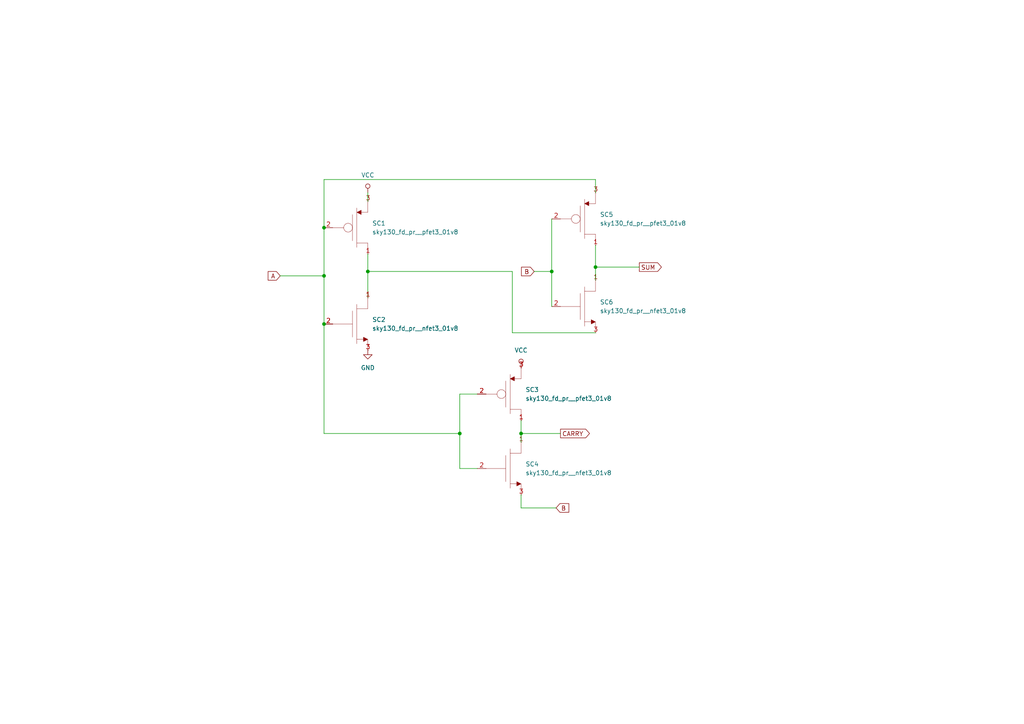
<source format=kicad_sch>
(kicad_sch (version 20211123) (generator eeschema)

  (uuid fa197d75-40eb-4db4-8189-1474c646c5e2)

  (paper "A4")

  (lib_symbols
    (symbol "eSim_Power:eSim_GND" (power) (pin_names (offset 0)) (in_bom yes) (on_board yes)
      (property "Reference" "#PWR" (id 0) (at 0 -6.35 0)
        (effects (font (size 1.27 1.27)) hide)
      )
      (property "Value" "eSim_GND" (id 1) (at 0 -3.81 0)
        (effects (font (size 1.27 1.27)))
      )
      (property "Footprint" "" (id 2) (at 0 0 0)
        (effects (font (size 1.27 1.27)) hide)
      )
      (property "Datasheet" "" (id 3) (at 0 0 0)
        (effects (font (size 1.27 1.27)) hide)
      )
      (symbol "eSim_GND_0_1"
        (polyline
          (pts
            (xy 0 0)
            (xy 0 -1.27)
            (xy 1.27 -1.27)
            (xy 0 -2.54)
            (xy -1.27 -1.27)
            (xy 0 -1.27)
          )
          (stroke (width 0) (type default) (color 0 0 0 0))
          (fill (type none))
        )
      )
      (symbol "eSim_GND_1_1"
        (pin power_in line (at 0 0 270) (length 0) hide
          (name "GND" (effects (font (size 1.27 1.27))))
          (number "1" (effects (font (size 1.27 1.27))))
        )
      )
    )
    (symbol "eSim_Power:eSim_VCC" (power) (pin_names (offset 0)) (in_bom yes) (on_board yes)
      (property "Reference" "#PWR" (id 0) (at 0 -3.81 0)
        (effects (font (size 1.27 1.27)) hide)
      )
      (property "Value" "eSim_VCC" (id 1) (at 0 3.81 0)
        (effects (font (size 1.27 1.27)))
      )
      (property "Footprint" "" (id 2) (at 0 0 0)
        (effects (font (size 1.27 1.27)) hide)
      )
      (property "Datasheet" "" (id 3) (at 0 0 0)
        (effects (font (size 1.27 1.27)) hide)
      )
      (symbol "eSim_VCC_0_1"
        (polyline
          (pts
            (xy 0 0)
            (xy 0 1.27)
          )
          (stroke (width 0) (type default) (color 0 0 0 0))
          (fill (type none))
        )
        (circle (center 0 1.905) (radius 0.635)
          (stroke (width 0) (type default) (color 0 0 0 0))
          (fill (type none))
        )
      )
      (symbol "eSim_VCC_1_1"
        (pin power_in line (at 0 0 90) (length 0) hide
          (name "VCC" (effects (font (size 1.27 1.27))))
          (number "1" (effects (font (size 1.27 1.27))))
        )
      )
    )
    (symbol "eSim_SKY130:sky130_fd_pr__nfet3_01v8" (pin_names hide) (in_bom yes) (on_board yes)
      (property "Reference" "SC" (id 0) (at 1.27 7.62 0)
        (effects (font (size 1.27 1.27)))
      )
      (property "Value" "sky130_fd_pr__nfet3_01v8" (id 1) (at 7.62 2.2098 0)
        (effects (font (size 1.27 1.27)) (justify right))
      )
      (property "Footprint" "" (id 2) (at 0 -38.1 0)
        (effects (font (size 1.27 1.27)) hide)
      )
      (property "Datasheet" "" (id 3) (at 0 0 0)
        (effects (font (size 1.27 1.27)) hide)
      )
      (symbol "sky130_fd_pr__nfet3_01v8_0_0"
        (polyline
          (pts
            (xy -5.08 0)
            (xy 0.635 0)
          )
          (stroke (width 0.0508) (type default) (color 0 0 0 0))
          (fill (type none))
        )
        (polyline
          (pts
            (xy 0.635 3.81)
            (xy 0.635 -3.81)
          )
          (stroke (width 0.0508) (type default) (color 0 0 0 0))
          (fill (type none))
        )
        (polyline
          (pts
            (xy 1.905 -4.445)
            (xy 3.81 -4.445)
          )
          (stroke (width 0.0508) (type default) (color 0 0 0 0))
          (fill (type none))
        )
        (polyline
          (pts
            (xy 1.905 4.445)
            (xy 5.08 4.445)
          )
          (stroke (width 0.0508) (type default) (color 0 0 0 0))
          (fill (type none))
        )
        (polyline
          (pts
            (xy 1.905 5.715)
            (xy 1.905 -5.715)
          )
          (stroke (width 0.0508) (type default) (color 0 0 0 0))
          (fill (type none))
        )
        (polyline
          (pts
            (xy 5.08 -4.445)
            (xy 5.08 -7.62)
          )
          (stroke (width 0.0508) (type default) (color 0 0 0 0))
          (fill (type none))
        )
        (polyline
          (pts
            (xy 5.08 7.62)
            (xy 5.08 4.445)
          )
          (stroke (width 0.0508) (type default) (color 0 0 0 0))
          (fill (type none))
        )
        (polyline
          (pts
            (xy 3.81 -3.81)
            (xy 5.08 -4.445)
            (xy 3.81 -5.08)
            (xy 3.81 -3.81)
          )
          (stroke (width 0.0254) (type default) (color 0 0 0 0))
          (fill (type outline))
        )
      )
      (symbol "sky130_fd_pr__nfet3_01v8_1_1"
        (pin bidirectional line (at 5.08 7.62 0) (length 0.127)
          (name "D" (effects (font (size 1.0922 1.0922))))
          (number "1" (effects (font (size 1.27 1.27))))
        )
        (pin input line (at -7.62 0 0) (length 2.54)
          (name "G" (effects (font (size 1.0922 1.0922))))
          (number "2" (effects (font (size 1.27 1.27))))
        )
        (pin bidirectional line (at 5.08 -7.62 0) (length 0.127)
          (name "S" (effects (font (size 1.0922 1.0922))))
          (number "3" (effects (font (size 1.27 1.27))))
        )
      )
    )
    (symbol "eSim_SKY130:sky130_fd_pr__pfet3_01v8" (pin_names hide) (in_bom yes) (on_board yes)
      (property "Reference" "SC" (id 0) (at 1.27 7.62 0)
        (effects (font (size 1.27 1.27)))
      )
      (property "Value" "sky130_fd_pr__pfet3_01v8" (id 1) (at 7.62 2.2098 0)
        (effects (font (size 1.27 1.27)) (justify right))
      )
      (property "Footprint" "" (id 2) (at 0 -38.1 0)
        (effects (font (size 1.27 1.27)) hide)
      )
      (property "Datasheet" "" (id 3) (at 0 0 0)
        (effects (font (size 1.27 1.27)) hide)
      )
      (symbol "sky130_fd_pr__pfet3_01v8_0_0"
        (arc (start -1.905 0) (mid -1.7348 -0.635) (end -1.27 -1.0999)
          (stroke (width 0.0254) (type default) (color 0 0 0 0))
          (fill (type none))
        )
        (arc (start -1.27 -1.0999) (mid -0.635 -1.27) (end 0 -1.0999)
          (stroke (width 0.0254) (type default) (color 0 0 0 0))
          (fill (type none))
        )
        (arc (start -1.27 1.0999) (mid -1.7349 0.635) (end -1.905 0)
          (stroke (width 0.0254) (type default) (color 0 0 0 0))
          (fill (type none))
        )
        (arc (start 0 -1.0999) (mid 0.4649 -0.635) (end 0.635 0)
          (stroke (width 0.0254) (type default) (color 0 0 0 0))
          (fill (type none))
        )
        (polyline
          (pts
            (xy -5.08 0)
            (xy -1.905 0)
          )
          (stroke (width 0.0508) (type default) (color 0 0 0 0))
          (fill (type none))
        )
        (polyline
          (pts
            (xy 0.635 3.81)
            (xy 0.635 -3.81)
          )
          (stroke (width 0.0508) (type default) (color 0 0 0 0))
          (fill (type none))
        )
        (polyline
          (pts
            (xy 1.905 -4.445)
            (xy 5.08 -4.445)
          )
          (stroke (width 0.0508) (type default) (color 0 0 0 0))
          (fill (type none))
        )
        (polyline
          (pts
            (xy 1.905 5.715)
            (xy 1.905 -5.715)
          )
          (stroke (width 0.0508) (type default) (color 0 0 0 0))
          (fill (type none))
        )
        (polyline
          (pts
            (xy 3.175 4.445)
            (xy 5.08 4.445)
          )
          (stroke (width 0.0508) (type default) (color 0 0 0 0))
          (fill (type none))
        )
        (polyline
          (pts
            (xy 5.08 -4.445)
            (xy 5.08 -7.62)
          )
          (stroke (width 0.0508) (type default) (color 0 0 0 0))
          (fill (type none))
        )
        (polyline
          (pts
            (xy 5.08 7.62)
            (xy 5.08 4.445)
          )
          (stroke (width 0.0508) (type default) (color 0 0 0 0))
          (fill (type none))
        )
        (polyline
          (pts
            (xy 3.175 5.08)
            (xy 1.905 4.445)
            (xy 3.175 3.81)
            (xy 3.175 5.08)
          )
          (stroke (width 0.0254) (type default) (color 0 0 0 0))
          (fill (type outline))
        )
        (arc (start 0 1.0999) (mid -0.635 1.27) (end -1.27 1.0999)
          (stroke (width 0.0254) (type default) (color 0 0 0 0))
          (fill (type none))
        )
        (arc (start 0.635 0) (mid 0.4648 0.635) (end 0 1.0999)
          (stroke (width 0.0254) (type default) (color 0 0 0 0))
          (fill (type none))
        )
      )
      (symbol "sky130_fd_pr__pfet3_01v8_1_1"
        (pin bidirectional line (at 5.08 -7.62 0) (length 0.127)
          (name "D" (effects (font (size 1.0922 1.0922))))
          (number "1" (effects (font (size 1.27 1.27))))
        )
        (pin input line (at -7.62 0 0) (length 2.54)
          (name "G" (effects (font (size 1.0922 1.0922))))
          (number "2" (effects (font (size 1.27 1.27))))
        )
        (pin bidirectional line (at 5.08 7.62 0) (length 0.127)
          (name "S" (effects (font (size 1.0922 1.0922))))
          (number "3" (effects (font (size 1.27 1.27))))
        )
      )
    )
  )

  (junction (at 93.98 80.01) (diameter 0) (color 0 0 0 0)
    (uuid 18e81063-c9e5-400c-8b55-ee1f4e613e4c)
  )
  (junction (at 106.68 78.74) (diameter 0) (color 0 0 0 0)
    (uuid 2d8f158d-6cb9-44e6-acdb-1175014da72d)
  )
  (junction (at 160.02 78.74) (diameter 0) (color 0 0 0 0)
    (uuid 30dff707-afec-43f3-94fc-c6160b97b044)
  )
  (junction (at 93.98 66.04) (diameter 0) (color 0 0 0 0)
    (uuid 6652d855-42d0-41cc-88cb-24c66ca8f845)
  )
  (junction (at 93.98 93.98) (diameter 0) (color 0 0 0 0)
    (uuid 80f74b9b-963e-4a02-92d3-cebce29e6de8)
  )
  (junction (at 172.72 77.47) (diameter 0) (color 0 0 0 0)
    (uuid 9023a6cb-9cd4-412b-85a0-85e608ead968)
  )
  (junction (at 151.13 125.73) (diameter 0) (color 0 0 0 0)
    (uuid e0c545e0-c9e5-4190-8a04-9cd2466010d7)
  )
  (junction (at 133.35 125.73) (diameter 0) (color 0 0 0 0)
    (uuid e1bb5f43-1217-4189-9428-7da1525d6d05)
  )

  (wire (pts (xy 154.94 78.74) (xy 160.02 78.74))
    (stroke (width 0) (type default) (color 0 0 0 0))
    (uuid 19cdaa24-fcba-4867-ab87-c1d1a3f8d52a)
  )
  (wire (pts (xy 133.35 114.3) (xy 133.35 125.73))
    (stroke (width 0) (type default) (color 0 0 0 0))
    (uuid 1d88c0a7-6643-4f8c-85c9-08209501deff)
  )
  (wire (pts (xy 151.13 147.32) (xy 161.29 147.32))
    (stroke (width 0) (type default) (color 0 0 0 0))
    (uuid 245be0a0-43a7-4e45-8ae7-3d8fd247c1ca)
  )
  (wire (pts (xy 172.72 77.47) (xy 172.72 81.28))
    (stroke (width 0) (type default) (color 0 0 0 0))
    (uuid 307e0205-238b-412f-8257-5a1f83902dea)
  )
  (wire (pts (xy 133.35 135.89) (xy 138.43 135.89))
    (stroke (width 0) (type default) (color 0 0 0 0))
    (uuid 336af609-4717-4e6d-8a6e-2bca8af3031d)
  )
  (wire (pts (xy 133.35 114.3) (xy 138.43 114.3))
    (stroke (width 0) (type default) (color 0 0 0 0))
    (uuid 3c2a5124-98f4-4c0e-a92c-c5df2f9180c9)
  )
  (wire (pts (xy 106.68 55.88) (xy 106.68 58.42))
    (stroke (width 0) (type default) (color 0 0 0 0))
    (uuid 44e0bb54-1914-44b9-8e14-a8585b93bbe1)
  )
  (wire (pts (xy 93.98 80.01) (xy 93.98 93.98))
    (stroke (width 0) (type default) (color 0 0 0 0))
    (uuid 4a265af6-ea5b-4cfe-bfda-8dec381d30a6)
  )
  (wire (pts (xy 106.68 78.74) (xy 148.59 78.74))
    (stroke (width 0) (type default) (color 0 0 0 0))
    (uuid 52e365d6-619f-47d2-87b4-bc8f26f0b9dd)
  )
  (wire (pts (xy 151.13 143.51) (xy 151.13 147.32))
    (stroke (width 0) (type default) (color 0 0 0 0))
    (uuid 63dd46f8-7923-4cfa-bc96-6ef4869ee386)
  )
  (wire (pts (xy 172.72 71.12) (xy 172.72 77.47))
    (stroke (width 0) (type default) (color 0 0 0 0))
    (uuid 6c49069c-7b0b-4952-b03a-8216a1790479)
  )
  (wire (pts (xy 93.98 93.98) (xy 93.98 125.73))
    (stroke (width 0) (type default) (color 0 0 0 0))
    (uuid 77092b33-9163-45fe-a6d3-dfc363e1ca68)
  )
  (wire (pts (xy 106.68 73.66) (xy 106.68 78.74))
    (stroke (width 0) (type default) (color 0 0 0 0))
    (uuid 78cdafe1-a8c6-467f-8c47-4b82245b0d40)
  )
  (wire (pts (xy 133.35 125.73) (xy 133.35 135.89))
    (stroke (width 0) (type default) (color 0 0 0 0))
    (uuid 8229846d-8782-4016-a2ab-7482d57116a7)
  )
  (wire (pts (xy 148.59 78.74) (xy 148.59 96.52))
    (stroke (width 0) (type default) (color 0 0 0 0))
    (uuid 98d219c7-e8c5-45d6-bfa3-2b4a5b352684)
  )
  (wire (pts (xy 148.59 96.52) (xy 172.72 96.52))
    (stroke (width 0) (type default) (color 0 0 0 0))
    (uuid 9b57b73b-6735-42ea-8c55-3ff50223d996)
  )
  (wire (pts (xy 93.98 52.07) (xy 172.72 52.07))
    (stroke (width 0) (type default) (color 0 0 0 0))
    (uuid 9d8d0304-7ce8-40b3-9124-8b1c37df3478)
  )
  (wire (pts (xy 160.02 63.5) (xy 160.02 78.74))
    (stroke (width 0) (type default) (color 0 0 0 0))
    (uuid 9fece2ac-dea9-49bb-8198-fa3ad475c767)
  )
  (wire (pts (xy 172.72 77.47) (xy 185.42 77.47))
    (stroke (width 0) (type default) (color 0 0 0 0))
    (uuid a3ae99fe-a588-4b38-9831-280fb61d398c)
  )
  (wire (pts (xy 93.98 52.07) (xy 93.98 66.04))
    (stroke (width 0) (type default) (color 0 0 0 0))
    (uuid b2db913e-2fe1-4116-8dcd-cbb7f4f8f7af)
  )
  (wire (pts (xy 151.13 125.73) (xy 162.56 125.73))
    (stroke (width 0) (type default) (color 0 0 0 0))
    (uuid ba784107-6c55-40c5-9e12-aef9f324d4e9)
  )
  (wire (pts (xy 172.72 52.07) (xy 172.72 55.88))
    (stroke (width 0) (type default) (color 0 0 0 0))
    (uuid c6d860ae-d8b2-402d-9167-60621e2dbf19)
  )
  (wire (pts (xy 151.13 121.92) (xy 151.13 125.73))
    (stroke (width 0) (type default) (color 0 0 0 0))
    (uuid c717925b-1c14-4833-b109-acdb170f9014)
  )
  (wire (pts (xy 133.35 125.73) (xy 93.98 125.73))
    (stroke (width 0) (type default) (color 0 0 0 0))
    (uuid ca23c3d1-6ade-4d7a-a96b-583dc3ef25b1)
  )
  (wire (pts (xy 81.28 80.01) (xy 93.98 80.01))
    (stroke (width 0) (type default) (color 0 0 0 0))
    (uuid e8cdcd2d-770d-48dc-8b67-7240e4950086)
  )
  (wire (pts (xy 93.98 66.04) (xy 93.98 80.01))
    (stroke (width 0) (type default) (color 0 0 0 0))
    (uuid eabcbd40-70bc-47f7-bfea-9f5306e6dc4b)
  )
  (wire (pts (xy 160.02 78.74) (xy 160.02 88.9))
    (stroke (width 0) (type default) (color 0 0 0 0))
    (uuid ec223d03-1856-4416-a018-c1db575171c9)
  )
  (wire (pts (xy 151.13 125.73) (xy 151.13 128.27))
    (stroke (width 0) (type default) (color 0 0 0 0))
    (uuid f181f042-dcec-4a50-9fb4-501a149c454c)
  )
  (wire (pts (xy 106.68 78.74) (xy 106.68 86.36))
    (stroke (width 0) (type default) (color 0 0 0 0))
    (uuid f4f77b4c-64d6-46bf-b06f-d2c7b7f1ac68)
  )

  (global_label "B" (shape input) (at 154.94 78.74 180) (fields_autoplaced)
    (effects (font (size 1.27 1.27)) (justify right))
    (uuid 0091f3c8-16a2-49a0-86d7-c7b7925b8736)
    (property "Intersheet References" "${INTERSHEET_REFS}" (id 0) (at 151.2569 78.8194 0)
      (effects (font (size 1.27 1.27)) (justify right) hide)
    )
  )
  (global_label "CARRY" (shape output) (at 162.56 125.73 0) (fields_autoplaced)
    (effects (font (size 1.27 1.27)) (justify left))
    (uuid 65712ff4-6a4c-44e7-8f91-318416f3589a)
    (property "Intersheet References" "${INTERSHEET_REFS}" (id 0) (at 170.9602 125.6506 0)
      (effects (font (size 1.27 1.27)) (justify left) hide)
    )
  )
  (global_label "SUM" (shape output) (at 185.42 77.47 0) (fields_autoplaced)
    (effects (font (size 1.27 1.27)) (justify left))
    (uuid 816b0bb2-ef14-4cf5-8b41-43087811004a)
    (property "Intersheet References" "${INTERSHEET_REFS}" (id 0) (at 191.8245 77.3906 0)
      (effects (font (size 1.27 1.27)) (justify left) hide)
    )
  )
  (global_label "B" (shape input) (at 161.29 147.32 0) (fields_autoplaced)
    (effects (font (size 1.27 1.27)) (justify left))
    (uuid b0c9a2a7-9b92-4d7e-af6c-f9772d4370cd)
    (property "Intersheet References" "${INTERSHEET_REFS}" (id 0) (at 164.9731 147.2406 0)
      (effects (font (size 1.27 1.27)) (justify left) hide)
    )
  )
  (global_label "A" (shape input) (at 81.28 80.01 180) (fields_autoplaced)
    (effects (font (size 1.27 1.27)) (justify right))
    (uuid c014c031-f78a-4fe8-af74-b642e025cc81)
    (property "Intersheet References" "${INTERSHEET_REFS}" (id 0) (at 77.7783 79.9306 0)
      (effects (font (size 1.27 1.27)) (justify right) hide)
    )
  )

  (symbol (lib_id "eSim_Power:eSim_VCC") (at 106.68 55.88 0) (unit 1)
    (in_bom yes) (on_board yes) (fields_autoplaced)
    (uuid 198a6f85-792e-44f7-84b5-42eab3cad869)
    (property "Reference" "#PWR0102" (id 0) (at 106.68 59.69 0)
      (effects (font (size 1.27 1.27)) hide)
    )
    (property "Value" "eSim_VCC" (id 1) (at 106.68 50.8 0))
    (property "Footprint" "" (id 2) (at 106.68 55.88 0)
      (effects (font (size 1.27 1.27)) hide)
    )
    (property "Datasheet" "" (id 3) (at 106.68 55.88 0)
      (effects (font (size 1.27 1.27)) hide)
    )
    (pin "1" (uuid 52fa9082-d7a4-479f-889d-ee3bd16b078c))
  )

  (symbol (lib_id "eSim_SKY130:sky130_fd_pr__nfet3_01v8") (at 167.64 88.9 0) (unit 1)
    (in_bom yes) (on_board yes) (fields_autoplaced)
    (uuid 526a31b2-aadc-4e82-a9e7-544678c1a91a)
    (property "Reference" "SC6" (id 0) (at 173.99 87.6299 0)
      (effects (font (size 1.27 1.27)) (justify left))
    )
    (property "Value" "sky130_fd_pr__nfet3_01v8" (id 1) (at 173.99 90.1699 0)
      (effects (font (size 1.27 1.27)) (justify left))
    )
    (property "Footprint" "" (id 2) (at 167.64 127 0)
      (effects (font (size 1.27 1.27)) hide)
    )
    (property "Datasheet" "" (id 3) (at 167.64 88.9 0)
      (effects (font (size 1.27 1.27)) hide)
    )
    (pin "1" (uuid 0b2da994-9ac1-443e-9497-b9534b7cd6bb))
    (pin "2" (uuid 8fb9854b-5485-424c-a0f1-5863f1b4ace6))
    (pin "3" (uuid f60d21bb-aa27-4244-9497-f81b1d99b818))
  )

  (symbol (lib_id "eSim_SKY130:sky130_fd_pr__nfet3_01v8") (at 146.05 135.89 0) (unit 1)
    (in_bom yes) (on_board yes) (fields_autoplaced)
    (uuid 65272efa-ec92-4b01-9516-9d44a6d3f959)
    (property "Reference" "SC4" (id 0) (at 152.4 134.6199 0)
      (effects (font (size 1.27 1.27)) (justify left))
    )
    (property "Value" "sky130_fd_pr__nfet3_01v8" (id 1) (at 152.4 137.1599 0)
      (effects (font (size 1.27 1.27)) (justify left))
    )
    (property "Footprint" "" (id 2) (at 146.05 173.99 0)
      (effects (font (size 1.27 1.27)) hide)
    )
    (property "Datasheet" "" (id 3) (at 146.05 135.89 0)
      (effects (font (size 1.27 1.27)) hide)
    )
    (pin "1" (uuid 43d5e550-65f4-4f1f-b5b8-174405c8bff2))
    (pin "2" (uuid c63b913f-8b40-4a68-acc3-8584d41fe0d2))
    (pin "3" (uuid 48c8314b-b9e0-42c7-946d-e20e5dac0f55))
  )

  (symbol (lib_id "eSim_SKY130:sky130_fd_pr__pfet3_01v8") (at 146.05 114.3 0) (unit 1)
    (in_bom yes) (on_board yes) (fields_autoplaced)
    (uuid 78716727-01d6-4f83-b030-3b8341d82a1c)
    (property "Reference" "SC3" (id 0) (at 152.4 113.0299 0)
      (effects (font (size 1.27 1.27)) (justify left))
    )
    (property "Value" "sky130_fd_pr__pfet3_01v8" (id 1) (at 152.4 115.5699 0)
      (effects (font (size 1.27 1.27)) (justify left))
    )
    (property "Footprint" "" (id 2) (at 146.05 152.4 0)
      (effects (font (size 1.27 1.27)) hide)
    )
    (property "Datasheet" "" (id 3) (at 146.05 114.3 0)
      (effects (font (size 1.27 1.27)) hide)
    )
    (pin "1" (uuid d86ba8c6-50c0-4e14-930f-170c5c8fa2ec))
    (pin "2" (uuid 1af13bd7-cb77-48d6-b436-4228062f0dc9))
    (pin "3" (uuid f787e0e0-52ef-4f3f-be91-082b5dfc654c))
  )

  (symbol (lib_id "eSim_Power:eSim_VCC") (at 151.13 106.68 0) (unit 1)
    (in_bom yes) (on_board yes) (fields_autoplaced)
    (uuid 79d97d46-19ad-4b6c-a9bb-cd43f6dc66f8)
    (property "Reference" "#PWR0103" (id 0) (at 151.13 110.49 0)
      (effects (font (size 1.27 1.27)) hide)
    )
    (property "Value" "eSim_VCC" (id 1) (at 151.13 101.6 0))
    (property "Footprint" "" (id 2) (at 151.13 106.68 0)
      (effects (font (size 1.27 1.27)) hide)
    )
    (property "Datasheet" "" (id 3) (at 151.13 106.68 0)
      (effects (font (size 1.27 1.27)) hide)
    )
    (pin "1" (uuid 978df625-4d29-4dde-9fa4-664411c3cba7))
  )

  (symbol (lib_id "eSim_SKY130:sky130_fd_pr__nfet3_01v8") (at 101.6 93.98 0) (unit 1)
    (in_bom yes) (on_board yes) (fields_autoplaced)
    (uuid 7d713403-7c7e-4008-adcd-f6906cc36db9)
    (property "Reference" "SC2" (id 0) (at 107.95 92.7099 0)
      (effects (font (size 1.27 1.27)) (justify left))
    )
    (property "Value" "sky130_fd_pr__nfet3_01v8" (id 1) (at 107.95 95.2499 0)
      (effects (font (size 1.27 1.27)) (justify left))
    )
    (property "Footprint" "" (id 2) (at 101.6 132.08 0)
      (effects (font (size 1.27 1.27)) hide)
    )
    (property "Datasheet" "" (id 3) (at 101.6 93.98 0)
      (effects (font (size 1.27 1.27)) hide)
    )
    (pin "1" (uuid b940df61-e2ae-40f9-96be-90e39e7c3e1b))
    (pin "2" (uuid 112f08b5-88a0-49dc-a13a-44495fa173b2))
    (pin "3" (uuid e5f4b9c5-42dd-4b4f-91b5-8d22ee6ca2c4))
  )

  (symbol (lib_id "eSim_SKY130:sky130_fd_pr__pfet3_01v8") (at 101.6 66.04 0) (unit 1)
    (in_bom yes) (on_board yes) (fields_autoplaced)
    (uuid 819fc6bb-b36f-4207-99ae-0387baf1f333)
    (property "Reference" "SC1" (id 0) (at 107.95 64.7699 0)
      (effects (font (size 1.27 1.27)) (justify left))
    )
    (property "Value" "sky130_fd_pr__pfet3_01v8" (id 1) (at 107.95 67.3099 0)
      (effects (font (size 1.27 1.27)) (justify left))
    )
    (property "Footprint" "" (id 2) (at 101.6 104.14 0)
      (effects (font (size 1.27 1.27)) hide)
    )
    (property "Datasheet" "" (id 3) (at 101.6 66.04 0)
      (effects (font (size 1.27 1.27)) hide)
    )
    (pin "1" (uuid f333b416-62b9-4d43-834b-6b4468c80d8b))
    (pin "2" (uuid 8882643d-4b3c-41f4-998c-891c536cf15c))
    (pin "3" (uuid 11299389-5d65-4e9c-8ed9-927303b4795b))
  )

  (symbol (lib_id "eSim_SKY130:sky130_fd_pr__pfet3_01v8") (at 167.64 63.5 0) (unit 1)
    (in_bom yes) (on_board yes) (fields_autoplaced)
    (uuid c88e67e7-8401-45bb-af42-6bf6a9d9d04e)
    (property "Reference" "SC5" (id 0) (at 173.99 62.2299 0)
      (effects (font (size 1.27 1.27)) (justify left))
    )
    (property "Value" "sky130_fd_pr__pfet3_01v8" (id 1) (at 173.99 64.7699 0)
      (effects (font (size 1.27 1.27)) (justify left))
    )
    (property "Footprint" "" (id 2) (at 167.64 101.6 0)
      (effects (font (size 1.27 1.27)) hide)
    )
    (property "Datasheet" "" (id 3) (at 167.64 63.5 0)
      (effects (font (size 1.27 1.27)) hide)
    )
    (pin "1" (uuid 1e162a76-5760-44b4-9ab1-f8aef8c78fd5))
    (pin "2" (uuid fbf159bb-1f1f-482a-b7f3-0bd8b3e09a7c))
    (pin "3" (uuid 32255489-2f09-4fd0-83e6-00e276d7ef0b))
  )

  (symbol (lib_id "eSim_Power:eSim_GND") (at 106.68 101.6 0) (unit 1)
    (in_bom yes) (on_board yes) (fields_autoplaced)
    (uuid e65a6f58-7eec-4284-b998-488bed179c3f)
    (property "Reference" "#PWR0101" (id 0) (at 106.68 107.95 0)
      (effects (font (size 1.27 1.27)) hide)
    )
    (property "Value" "eSim_GND" (id 1) (at 106.68 106.68 0))
    (property "Footprint" "" (id 2) (at 106.68 101.6 0)
      (effects (font (size 1.27 1.27)) hide)
    )
    (property "Datasheet" "" (id 3) (at 106.68 101.6 0)
      (effects (font (size 1.27 1.27)) hide)
    )
    (pin "1" (uuid f39245f8-4b09-49bf-91c5-788ed12eab0a))
  )

  (sheet_instances
    (path "/" (page "1"))
  )

  (symbol_instances
    (path "/e65a6f58-7eec-4284-b998-488bed179c3f"
      (reference "#PWR0101") (unit 1) (value "eSim_GND") (footprint "")
    )
    (path "/198a6f85-792e-44f7-84b5-42eab3cad869"
      (reference "#PWR0102") (unit 1) (value "eSim_VCC") (footprint "")
    )
    (path "/79d97d46-19ad-4b6c-a9bb-cd43f6dc66f8"
      (reference "#PWR0103") (unit 1) (value "eSim_VCC") (footprint "")
    )
    (path "/819fc6bb-b36f-4207-99ae-0387baf1f333"
      (reference "SC1") (unit 1) (value "sky130_fd_pr__pfet3_01v8") (footprint "")
    )
    (path "/7d713403-7c7e-4008-adcd-f6906cc36db9"
      (reference "SC2") (unit 1) (value "sky130_fd_pr__nfet3_01v8") (footprint "")
    )
    (path "/78716727-01d6-4f83-b030-3b8341d82a1c"
      (reference "SC3") (unit 1) (value "sky130_fd_pr__pfet3_01v8") (footprint "")
    )
    (path "/65272efa-ec92-4b01-9516-9d44a6d3f959"
      (reference "SC4") (unit 1) (value "sky130_fd_pr__nfet3_01v8") (footprint "")
    )
    (path "/c88e67e7-8401-45bb-af42-6bf6a9d9d04e"
      (reference "SC5") (unit 1) (value "sky130_fd_pr__pfet3_01v8") (footprint "")
    )
    (path "/526a31b2-aadc-4e82-a9e7-544678c1a91a"
      (reference "SC6") (unit 1) (value "sky130_fd_pr__nfet3_01v8") (footprint "")
    )
  )
)

</source>
